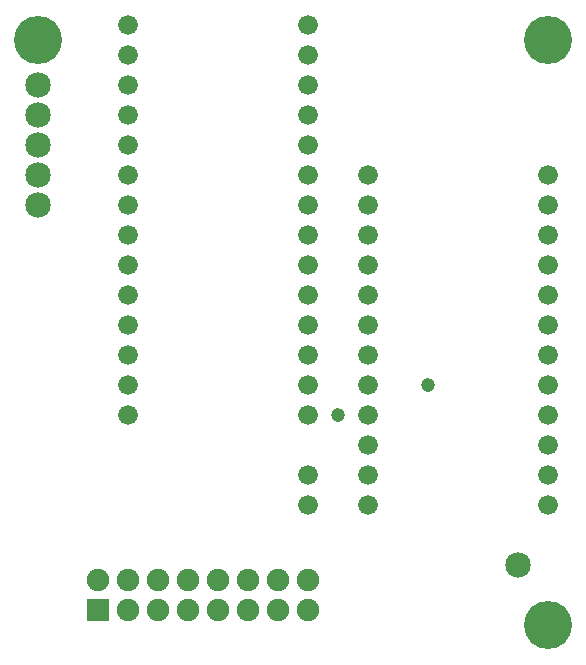
<source format=gts>
G04*
G04 Format:               Gerber RS-274X*
G04 Layer:                TopSolderMask*
G04 This File Name:       TIUSBKeys.gts*
G04 Source File Name:     TIUSBKeys.rrb*
G04 Unique ID:            8966a901-4822-446d-b114-529644ef4203*
G04 Generated Date:       Saturday, 30 January 2016 18:51:44*
G04*
G04 Created Using:        Robot Room Copper Connection v2.9.5573*
G04 Software Contact:     http://www.robotroom.com/CopperConnection/Support.aspx*
G04 License Number:       1946*
G04*
G04 Zero Suppression:     Leading*
G04 Number Precision:     2.4*
G04*
G04 Polarity:             Negative. Dark is solderable. Clear space is coating.*
G04*
%FSLAX24Y24*%
%MOIN*%
%LNTopSolderMask*%
%ADD10C,.047*%
%ADD11C,.066*%
%ADD12C,.075*%
%ADD13C,.085*%
%ADD14C,.16*%
%ADD15R,.006X.006*%
%ADD16R,.075X.075*%
D10*
G01X14000Y9000D03*
X11000Y8000D03*
D11*
X12000Y5000D03*
X18000D03*
Y6000D03*
Y7000D03*
Y8000D03*
Y9000D03*
Y10000D03*
Y11000D03*
Y12000D03*
Y13000D03*
Y14000D03*
Y15000D03*
Y16000D03*
X12000Y6000D03*
Y7000D03*
Y8000D03*
Y9000D03*
Y10000D03*
Y11000D03*
Y12000D03*
Y13000D03*
Y14000D03*
Y15000D03*
Y16000D03*
X4000Y8000D03*
X10000D03*
Y9000D03*
Y10000D03*
Y11000D03*
Y12000D03*
Y13000D03*
Y14000D03*
Y15000D03*
Y16000D03*
Y17000D03*
Y18000D03*
Y19000D03*
Y20000D03*
Y21000D03*
X4000Y9000D03*
Y10000D03*
Y11000D03*
Y12000D03*
Y13000D03*
Y14000D03*
Y15000D03*
Y16000D03*
Y17000D03*
Y18000D03*
Y19000D03*
Y20000D03*
Y21000D03*
X10000Y6000D03*
Y5000D03*
D12*
X3000Y2500D03*
X4000Y1500D03*
Y2500D03*
X5000Y1500D03*
Y2500D03*
X6000Y1500D03*
Y2500D03*
X7000Y1500D03*
Y2500D03*
X8000Y1500D03*
Y2500D03*
X9000Y1500D03*
Y2500D03*
X10000Y1500D03*
Y2500D03*
D13*
X1000Y19000D03*
X17000Y3000D03*
X1000Y18000D03*
Y17000D03*
Y16000D03*
Y15000D03*
D14*
X1000Y20500D03*
X18000D03*
Y1000D03*
D16*
X3000Y1500D03*
M02*

</source>
